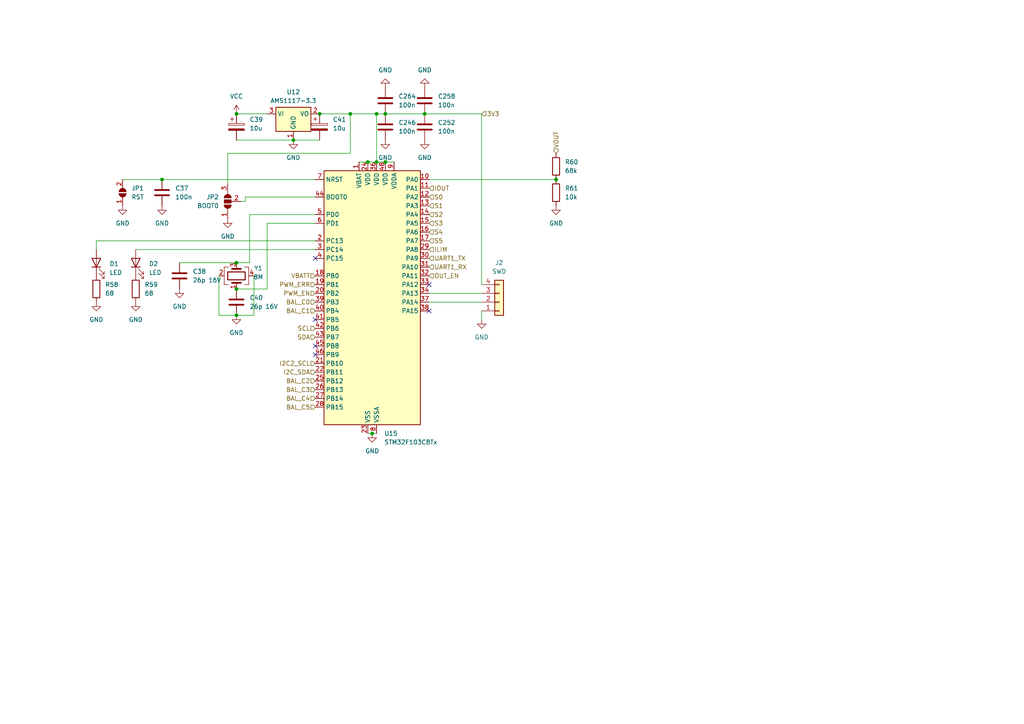
<source format=kicad_sch>
(kicad_sch (version 20230121) (generator eeschema)
  (paper "A4")
  (lib_symbols
    (symbol "Connector_Generic:Conn_01x04" (pin_names (offset 1.016) hide)
      (property "Reference" "J" (at 0 5.08 0))
      (property "Value" "Conn_01x04" (at 0 -7.62 0))
      (symbol "Conn_01x04_1_1"
        (rectangle (start -1.27 -4.953) (end 0 -5.207) (stroke (width 0.1524)))
        (rectangle (start -1.27 -2.413) (end 0 -2.667) (stroke (width 0.1524)))
        (rectangle (start -1.27 0.127) (end 0 -0.127) (stroke (width 0.1524)))
        (rectangle (start -1.27 2.667) (end 0 2.413) (stroke (width 0.1524)))
        (rectangle (start -1.27 3.81) (end 1.27 -6.35) (stroke (width 0.254)) (fill (type background)))
        (pin passive line (at -5.08 2.54 0) (length 3.81) (name "Pin_1") (number "1"))
        (pin passive line (at -5.08 0 0) (length 3.81) (name "Pin_2") (number "2"))
        (pin passive line (at -5.08 -2.54 0) (length 3.81) (name "Pin_3") (number "3"))
        (pin passive line (at -5.08 -5.08 0) (length 3.81) (name "Pin_4") (number "4"))
      )
    )
    (symbol "Device:C" (pin_numbers hide) (pin_names (offset 0.254))
      (property "Reference" "C" (at 0.635 2.54 0))
      (property "Value" "C" (at 0.635 -2.54 0))
      (symbol "C_0_1"
        (polyline (pts (xy -2.032 -0.762) (xy 2.032 -0.762)) (stroke (width 0.508)))
        (polyline (pts (xy -2.032 0.762) (xy 2.032 0.762)) (stroke (width 0.508)))
      )
      (symbol "C_1_1"
        (pin passive line (at 0 3.81 270) (length 2.794) (name "~") (number "1"))
        (pin passive line (at 0 -3.81 90) (length 2.794) (name "~") (number "2"))
      )
    )
    (symbol "Device:C_Polarized" (pin_numbers hide) (pin_names (offset 0.254))
      (property "Reference" "C" (at 0.635 2.54 0))
      (property "Value" "C_Polarized" (at 0.635 -2.54 0))
      (symbol "C_Polarized_0_1"
        (rectangle (start -2.286 0.508) (end 2.286 1.016))
        (polyline (pts (xy -1.778 2.286) (xy -0.762 2.286)))
        (polyline (pts (xy -1.27 2.794) (xy -1.27 1.778)))
        (rectangle (start 2.286 -0.508) (end -2.286 -1.016) (fill (type outline)))
      )
      (symbol "C_Polarized_1_1"
        (pin passive line (at 0 3.81 270) (length 2.794) (name "~") (number "1"))
        (pin passive line (at 0 -3.81 90) (length 2.794) (name "~") (number "2"))
      )
    )
    (symbol "Device:Crystal_GND24" (pin_names (offset 1.016) hide)
      (property "Reference" "Y" (at 3.175 5.08 0))
      (property "Value" "Crystal_GND24" (at 3.175 3.175 0))
      (symbol "Crystal_GND24_0_1"
        (rectangle (start -1.143 2.54) (end 1.143 -2.54) (stroke (width 0.3048)))
        (polyline (pts (xy -2.54 0) (xy -2.032 0)))
        (polyline (pts (xy -2.032 -1.27) (xy -2.032 1.27)) (stroke (width 0.508)))
        (polyline (pts (xy 0 -3.81) (xy 0 -3.556)))
        (polyline (pts (xy 0 3.556) (xy 0 3.81)))
        (polyline (pts (xy 2.032 -1.27) (xy 2.032 1.27)) (stroke (width 0.508)))
        (polyline (pts (xy 2.032 0) (xy 2.54 0)))
        (polyline (pts (xy -2.54 -2.286) (xy -2.54 -3.556) (xy 2.54 -3.556) (xy 2.54 -2.286)))
        (polyline (pts (xy -2.54 2.286) (xy -2.54 3.556) (xy 2.54 3.556) (xy 2.54 2.286)))
      )
      (symbol "Crystal_GND24_1_1"
        (pin passive line (at -3.81 0 0) (length 1.27) (name "1") (number "1"))
        (pin passive line (at 0 5.08 270) (length 1.27) (name "2") (number "2"))
        (pin passive line (at 3.81 0 180) (length 1.27) (name "3") (number "3"))
        (pin passive line (at 0 -5.08 90) (length 1.27) (name "4") (number "4"))
      )
    )
    (symbol "Device:LED" (pin_numbers hide) (pin_names (offset 1.016) hide)
      (property "Reference" "D" (at 0 2.54 0))
      (property "Value" "LED" (at 0 -2.54 0))
      (symbol "LED_0_1"
        (polyline (pts (xy -1.27 -1.27) (xy -1.27 1.27)) (stroke (width 0.254)))
        (polyline (pts (xy -1.27 0) (xy 1.27 0)))
        (polyline (pts (xy 1.27 -1.27) (xy 1.27 1.27) (xy -1.27 0) (xy 1.27 -1.27)) (stroke (width 0.254)))
        (polyline (pts (xy -3.048 -0.762) (xy -4.572 -2.286) (xy -3.81 -2.286) (xy -4.572 -2.286) (xy -4.572 -1.524)))
        (polyline (pts (xy -1.778 -0.762) (xy -3.302 -2.286) (xy -2.54 -2.286) (xy -3.302 -2.286) (xy -3.302 -1.524)))
      )
      (symbol "LED_1_1"
        (pin passive line (at -3.81 0 0) (length 2.54) (name "K") (number "1"))
        (pin passive line (at 3.81 0 180) (length 2.54) (name "A") (number "2"))
      )
    )
    (symbol "Device:R" (pin_numbers hide) (pin_names (offset 0))
      (property "Reference" "R" (at 2.032 0 90))
      (property "Value" "R" (at 0 0 90))
      (symbol "R_0_1"
        (rectangle (start -1.016 -2.54) (end 1.016 2.54) (stroke (width 0.254)))
      )
      (symbol "R_1_1"
        (pin passive line (at 0 3.81 270) (length 1.27) (name "~") (number "1"))
        (pin passive line (at 0 -3.81 90) (length 1.27) (name "~") (number "2"))
      )
    )
    (symbol "Jumper:SolderJumper_2_Open" (pin_names (offset 0) hide)
      (property "Reference" "JP" (at 0 2.032 0))
      (property "Value" "SolderJumper_2_Open" (at 0 -2.54 0))
      (symbol "SolderJumper_2_Open_0_1"
        (arc (start -0.254 1.016) (mid -1.2656 0) (end -0.254 -1.016))
        (arc (start -0.254 1.016) (mid -1.2656 0) (end -0.254 -1.016) (fill (type outline)))
        (polyline (pts (xy -0.254 1.016) (xy -0.254 -1.016)))
        (polyline (pts (xy 0.254 1.016) (xy 0.254 -1.016)))
        (arc (start 0.254 -1.016) (mid 1.2656 0) (end 0.254 1.016))
        (arc (start 0.254 -1.016) (mid 1.2656 0) (end 0.254 1.016) (fill (type outline)))
      )
      (symbol "SolderJumper_2_Open_1_1"
        (pin passive line (at -3.81 0 0) (length 2.54) (name "A") (number "1"))
        (pin passive line (at 3.81 0 180) (length 2.54) (name "B") (number "2"))
      )
    )
    (symbol "Jumper:SolderJumper_3_Open" (pin_names (offset 0) hide)
      (property "Reference" "JP" (at -2.54 -2.54 0))
      (property "Value" "SolderJumper_3_Open" (at 0 2.794 0))
      (symbol "SolderJumper_3_Open_0_1"
        (arc (start -1.016 1.016) (mid -2.0276 0) (end -1.016 -1.016))
        (arc (start -1.016 1.016) (mid -2.0276 0) (end -1.016 -1.016) (fill (type outline)))
        (rectangle (start -0.508 1.016) (end 0.508 -1.016) (fill (type outline)))
        (polyline (pts (xy -2.54 0) (xy -2.032 0)))
        (polyline (pts (xy -1.016 1.016) (xy -1.016 -1.016)))
        (polyline (pts (xy 0 -1.27) (xy 0 -1.016)))
        (polyline (pts (xy 1.016 1.016) (xy 1.016 -1.016)))
        (polyline (pts (xy 2.54 0) (xy 2.032 0)))
        (arc (start 1.016 -1.016) (mid 2.0276 0) (end 1.016 1.016))
        (arc (start 1.016 -1.016) (mid 2.0276 0) (end 1.016 1.016) (fill (type outline)))
      )
      (symbol "SolderJumper_3_Open_1_1"
        (pin passive line (at -5.08 0 0) (length 2.54) (name "A") (number "1"))
        (pin passive line (at 0 -3.81 90) (length 2.54) (name "C") (number "2"))
        (pin passive line (at 5.08 0 180) (length 2.54) (name "B") (number "3"))
      )
    )
    (symbol "MCU_ST_STM32F1:STM32F103C8Tx"
      (property "Reference" "U" (at -12.7 39.37 0))
      (property "Value" "STM32F103C8Tx" (at 10.16 39.37 0))
      (symbol "STM32F103C8Tx_0_1"
        (rectangle (start -12.7 -35.56) (end 15.24 38.1) (stroke (width 0.254)) (fill (type background)))
      )
      (symbol "STM32F103C8Tx_1_1"
        (pin power_in line (at -2.54 40.64 270) (length 2.54) (name "VBAT") (number "1"))
        (pin bidirectional line (at 17.78 35.56 180) (length 2.54) (name "PA0") (number "10"))
        (pin bidirectional line (at 17.78 33.02 180) (length 2.54) (name "PA1") (number "11"))
        (pin bidirectional line (at 17.78 30.48 180) (length 2.54) (name "PA2") (number "12"))
        (pin bidirectional line (at 17.78 27.94 180) (length 2.54) (name "PA3") (number "13"))
        (pin bidirectional line (at 17.78 25.4 180) (length 2.54) (name "PA4") (number "14"))
        (pin bidirectional line (at 17.78 22.86 180) (length 2.54) (name "PA5") (number "15"))
        (pin bidirectional line (at 17.78 20.32 180) (length 2.54) (name "PA6") (number "16"))
        (pin bidirectional line (at 17.78 17.78 180) (length 2.54) (name "PA7") (number "17"))
        (pin bidirectional line (at -15.24 7.62 0) (length 2.54) (name "PB0") (number "18"))
        (pin bidirectional line (at -15.24 5.08 0) (length 2.54) (name "PB1") (number "19"))
        (pin bidirectional line (at -15.24 17.78 0) (length 2.54) (name "PC13") (number "2"))
        (pin bidirectional line (at -15.24 2.54 0) (length 2.54) (name "PB2") (number "20"))
        (pin bidirectional line (at -15.24 -17.78 0) (length 2.54) (name "PB10") (number "21"))
        (pin bidirectional line (at -15.24 -20.32 0) (length 2.54) (name "PB11") (number "22"))
        (pin power_in line (at 0 -38.1 90) (length 2.54) (name "VSS") (number "23"))
        (pin power_in line (at 0 40.64 270) (length 2.54) (name "VDD") (number "24"))
        (pin bidirectional line (at -15.24 -22.86 0) (length 2.54) (name "PB12") (number "25"))
        (pin bidirectional line (at -15.24 -25.4 0) (length 2.54) (name "PB13") (number "26"))
        (pin bidirectional line (at -15.24 -27.94 0) (length 2.54) (name "PB14") (number "27"))
        (pin bidirectional line (at -15.24 -30.48 0) (length 2.54) (name "PB15") (number "28"))
        (pin bidirectional line (at 17.78 15.24 180) (length 2.54) (name "PA8") (number "29"))
        (pin bidirectional line (at -15.24 15.24 0) (length 2.54) (name "PC14") (number "3"))
        (pin bidirectional line (at 17.78 12.7 180) (length 2.54) (name "PA9") (number "30"))
        (pin bidirectional line (at 17.78 10.16 180) (length 2.54) (name "PA10") (number "31"))
        (pin bidirectional line (at 17.78 7.62 180) (length 2.54) (name "PA11") (number "32"))
        (pin bidirectional line (at 17.78 5.08 180) (length 2.54) (name "PA12") (number "33"))
        (pin bidirectional line (at 17.78 2.54 180) (length 2.54) (name "PA13") (number "34"))
        (pin passive line (at 0 -38.1 90) (length 2.54) hide (name "VSS") (number "35"))
        (pin power_in line (at 2.54 40.64 270) (length 2.54) (name "VDD") (number "36"))
        (pin bidirectional line (at 17.78 0 180) (length 2.54) (name "PA14") (number "37"))
        (pin bidirectional line (at 17.78 -2.54 180) (length 2.54) (name "PA15") (number "38"))
        (pin bidirectional line (at -15.24 0 0) (length 2.54) (name "PB3") (number "39"))
        (pin bidirectional line (at -15.24 12.7 0) (length 2.54) (name "PC15") (number "4"))
        (pin bidirectional line (at -15.24 -2.54 0) (length 2.54) (name "PB4") (number "40"))
        (pin bidirectional line (at -15.24 -5.08 0) (length 2.54) (name "PB5") (number "41"))
        (pin bidirectional line (at -15.24 -7.62 0) (length 2.54) (name "PB6") (number "42"))
        (pin bidirectional line (at -15.24 -10.16 0) (length 2.54) (name "PB7") (number "43"))
        (pin input line (at -15.24 30.48 0) (length 2.54) (name "BOOT0") (number "44"))
        (pin bidirectional line (at -15.24 -12.7 0) (length 2.54) (name "PB8") (number "45"))
        (pin bidirectional line (at -15.24 -15.24 0) (length 2.54) (name "PB9") (number "46"))
        (pin passive line (at 0 -38.1 90) (length 2.54) hide (name "VSS") (number "47"))
        (pin power_in line (at 5.08 40.64 270) (length 2.54) (name "VDD") (number "48"))
        (pin bidirectional line (at -15.24 25.4 0) (length 2.54) (name "PD0") (number "5"))
        (pin bidirectional line (at -15.24 22.86 0) (length 2.54) (name "PD1") (number "6"))
        (pin input line (at -15.24 35.56 0) (length 2.54) (name "NRST") (number "7"))
        (pin power_in line (at 2.54 -38.1 90) (length 2.54) (name "VSSA") (number "8"))
        (pin power_in line (at 7.62 40.64 270) (length 2.54) (name "VDDA") (number "9"))
      )
    )
    (symbol "PCM_4ms_Power-symbol:GND" (power) (pin_names (offset 0))
      (property "Value" "GND" (at 0 -3.81 0))
      (symbol "GND_0_1"
        (polyline (pts (xy 0 0) (xy 0 -1.27) (xy 1.27 -1.27) (xy 0 -2.54) (xy -1.27 -1.27) (xy 0 -1.27)))
      )
      (symbol "GND_1_1"
        (pin power_in line (at 0 0 270) (length 0) hide (name "GND") (number "1"))
      )
    )
    (symbol "Regulator_Linear:AMS1117-3.3"
      (property "Reference" "U" (at -3.81 3.175 0))
      (property "Value" "AMS1117-3.3" (at 0 3.175 0))
      (symbol "AMS1117-3.3_0_1"
        (rectangle (start -5.08 -5.08) (end 5.08 1.905) (stroke (width 0.254)) (fill (type background)))
      )
      (symbol "AMS1117-3.3_1_1"
        (pin power_in line (at 0 -7.62 90) (length 2.54) (name "GND") (number "1"))
        (pin power_out line (at 7.62 0 180) (length 2.54) (name "VO") (number "2"))
        (pin power_in line (at -7.62 0 0) (length 2.54) (name "VI") (number "3"))
      )
    )
    (symbol "power:GND" (power) (pin_names (offset 0))
      (property "Value" "GND" (at 0 -3.81 0))
      (symbol "GND_0_1"
        (polyline (pts (xy 0 0) (xy 0 -1.27) (xy 1.27 -1.27) (xy 0 -2.54) (xy -1.27 -1.27) (xy 0 -1.27)))
      )
      (symbol "GND_1_1"
        (pin power_in line (at 0 0 270) (length 0) hide (name "GND") (number "1"))
      )
    )
    (symbol "power:VCC" (power) (pin_names (offset 0))
      (property "Value" "VCC" (at 0 3.81 0))
      (symbol "VCC_0_1"
        (polyline (pts (xy -0.762 1.27) (xy 0 2.54)))
        (polyline (pts (xy 0 0) (xy 0 2.54)))
        (polyline (pts (xy 0 2.54) (xy 0.762 1.27)))
      )
      (symbol "VCC_1_1"
        (pin power_in line (at 0 0 90) (length 0) hide (name "VCC") (number "1"))
      )
    )
  )
  (junction (at 109.22 33.02))
  (junction (at 109.22 46.99))
  (junction (at 68.58 83.82))
  (junction (at 161.29 52.07))
  (junction (at 68.58 76.2))
  (junction (at 107.95 125.73))
  (junction (at 92.71 33.02))
  (junction (at 101.6 33.02))
  (junction (at 68.58 91.44))
  (junction (at 111.76 33.02))
  (junction (at 68.58 33.02))
  (junction (at 123.19 33.02))
  (junction (at 46.99 52.07))
  (junction (at 106.68 46.99))
  (junction (at 111.76 46.99))
  (junction (at 85.09 40.64))
  (no_connect (at 91.44 92.71))
  (no_connect (at 91.44 102.87))
  (no_connect (at 124.46 90.17))
  (no_connect (at 91.44 74.93))
  (no_connect (at 91.44 100.33))
  (no_connect (at 124.46 82.55))
  (wire (pts (xy 66.04 44.45) (xy 101.6 44.45)))
  (wire (pts (xy 72.39 62.23) (xy 91.44 62.23)))
  (wire (pts (xy 109.22 46.99) (xy 111.76 46.99)))
  (wire (pts (xy 104.14 46.99) (xy 106.68 46.99)))
  (wire (pts (xy 91.44 69.85) (xy 27.94 69.85)))
  (wire (pts (xy 77.47 83.82) (xy 68.58 83.82)))
  (wire (pts (xy 73.66 80.01) (xy 73.66 91.44)))
  (wire (pts (xy 68.58 76.2) (xy 52.07 76.2)))
  (wire (pts (xy 91.44 64.77) (xy 77.47 64.77)))
  (wire (pts (xy 107.95 125.73) (xy 109.22 125.73)))
  (wire (pts (xy 72.39 76.2) (xy 72.39 62.23)))
  (wire (pts (xy 124.46 87.63) (xy 139.7 87.63)))
  (wire (pts (xy 124.46 85.09) (xy 139.7 85.09)))
  (wire (pts (xy 68.58 40.64) (xy 85.09 40.64)))
  (wire (pts (xy 68.58 33.02) (xy 77.47 33.02)))
  (wire (pts (xy 66.04 44.45) (xy 66.04 53.34)))
  (wire (pts (xy 111.76 46.99) (xy 114.3 46.99)))
  (wire (pts (xy 109.22 33.02) (xy 109.22 46.99)))
  (wire (pts (xy 92.71 33.02) (xy 101.6 33.02)))
  (wire (pts (xy 46.99 52.07) (xy 91.44 52.07)))
  (wire (pts (xy 85.09 40.64) (xy 92.71 40.64)))
  (wire (pts (xy 27.94 69.85) (xy 27.94 72.39)))
  (wire (pts (xy 35.56 52.07) (xy 46.99 52.07)))
  (wire (pts (xy 69.85 58.42) (xy 71.12 58.42)))
  (wire (pts (xy 68.58 76.2) (xy 72.39 76.2)))
  (wire (pts (xy 77.47 64.77) (xy 77.47 83.82)))
  (wire (pts (xy 63.5 91.44) (xy 68.58 91.44)))
  (wire (pts (xy 139.7 82.55) (xy 139.7 33.02)))
  (wire (pts (xy 73.66 91.44) (xy 68.58 91.44)))
  (wire (pts (xy 71.12 58.42) (xy 71.12 57.15)))
  (wire (pts (xy 109.22 33.02) (xy 111.76 33.02)))
  (wire (pts (xy 111.76 33.02) (xy 123.19 33.02)))
  (wire (pts (xy 71.12 57.15) (xy 91.44 57.15)))
  (wire (pts (xy 101.6 33.02) (xy 109.22 33.02)))
  (wire (pts (xy 106.68 46.99) (xy 109.22 46.99)))
  (wire (pts (xy 63.5 80.01) (xy 63.5 91.44)))
  (wire (pts (xy 39.37 72.39) (xy 91.44 72.39)))
  (wire (pts (xy 106.68 125.73) (xy 107.95 125.73)))
  (wire (pts (xy 123.19 33.02) (xy 139.7 33.02)))
  (wire (pts (xy 124.46 52.07) (xy 161.29 52.07)))
  (wire (pts (xy 101.6 33.02) (xy 101.6 44.45)))
  (wire (pts (xy 139.7 90.17) (xy 139.7 92.71)))
  (hierarchical_label "3V3" (shape input) (at 139.7 33.02 0))
  (hierarchical_label "VOUT" (shape input) (at 161.29 44.45 90))
  (hierarchical_label "I2C_SDA" (shape input) (at 91.44 107.95 180))
  (hierarchical_label "S4" (shape input) (at 124.46 67.31 0))
  (hierarchical_label "S1" (shape input) (at 124.46 59.69 0))
  (hierarchical_label "S0" (shape input) (at 124.46 57.15 0))
  (hierarchical_label "SCL" (shape input) (at 91.44 95.25 180))
  (hierarchical_label "S3" (shape input) (at 124.46 64.77 0))
  (hierarchical_label "IOUT" (shape input) (at 124.46 54.61 0))
  (hierarchical_label "S2" (shape input) (at 124.46 62.23 0))
  (hierarchical_label "OUT_EN" (shape input) (at 124.46 80.01 0))
  (hierarchical_label "SDA" (shape input) (at 91.44 97.79 180))
  (hierarchical_label "PWM_EN" (shape input) (at 91.44 85.09 180))
  (hierarchical_label "UART1_RX" (shape input) (at 124.46 77.47 0))
  (hierarchical_label "BAL_C3" (shape input) (at 91.44 113.03 180))
  (hierarchical_label "UART1_TX" (shape input) (at 124.46 74.93 0))
  (hierarchical_label "BAL_C4" (shape input) (at 91.44 115.57 180))
  (hierarchical_label "BAL_C5" (shape input) (at 91.44 118.11 180))
  (hierarchical_label "VBATT" (shape input) (at 91.44 80.01 180))
  (hierarchical_label "BAL_C2" (shape input) (at 91.44 110.49 180))
  (hierarchical_label "PWM_ERR" (shape input) (at 91.44 82.55 180))
  (hierarchical_label "S5" (shape input) (at 124.46 69.85 0))
  (hierarchical_label "I2C2_SCL" (shape input) (at 91.44 105.41 180))
  (hierarchical_label "BAL_C0" (shape input) (at 91.44 87.63 180))
  (hierarchical_label "ILIM" (shape input) (at 124.46 72.39 0))
  (hierarchical_label "BAL_C1" (shape input) (at 91.44 90.17 180))
  (symbol (lib_id "Device:C") (at 123.19 29.21 0) (unit 1)
    (property "Reference" "C258" (at 127 27.94 0) (effects (justify left)))
    (property "Value" "100n" (at 127 30.48 0) (effects (justify left)))
    (property "Footprint" "Capacitor_SMD:C_0603_1608Metric" (effects hide))
    (instances (project "RC_Charger" (path "" (reference "C258") (unit 1)) (path "" (reference "C259") (unit 1)) (path "" (reference "C260") (unit 1)) (path "" (reference "C261") (unit 1)) (path "" (reference "C262") (unit 1)) (path "" (reference "C263") (unit 1))) (project "RC_Charger_MainBoard" (path "" (reference "C14") (unit 1)) (path "" (reference "C90") (unit 1))))
  )
  (symbol (lib_id "Jumper:SolderJumper_3_Open") (at 66.04 58.42 90) (unit 1)
    (property "Reference" "JP2" (at 63.5 57.15 90) (effects (justify left)))
    (property "Value" "BOOT0" (at 63.5 59.69 90) (effects (justify left)))
    (property "Footprint" "Jumper:SolderJumper-3_P1.3mm_Open_Pad1.0x1.5mm" (effects hide))
    (instances (project "RC_Charger" (path "" (reference "JP2") (unit 1)) (path "" (reference "JP4") (unit 1)) (path "" (reference "JP6") (unit 1)) (path "" (reference "JP8") (unit 1)) (path "" (reference "JP10") (unit 1)) (path "" (reference "JP12") (unit 1))) (project "RC_Charger_MainBoard" (path "" (reference "JP2") (unit 1)) (path "" (reference "JP4") (unit 1))))
  )
  (symbol (lib_id "power:GND") (at 39.37 87.63 0) (unit 1)
    (property "Reference" "#PWR041" (effects hide))
    (property "Value" "GND" (at 39.37 92.71 0))
    (instances (project "RC_Charger" (path "" (reference "#PWR041") (unit 1)) (path "" (reference "#PWR0102") (unit 1)) (path "" (reference "#PWR0153") (unit 1)) (path "" (reference "#PWR0195") (unit 1)) (path "" (reference "#PWR0261") (unit 1)) (path "" (reference "#PWR0303") (unit 1))) (project "RC_Charger_MainBoard" (path "" (reference "#PWR023") (unit 1)) (path "" (reference "#PWR0108") (unit 1))) (project "BMS_MASTER_STM32F105RC" (path "" (reference "#PWR066") (unit 1))))
  )
  (symbol (lib_id "Device:C_Polarized") (at 92.71 36.83 0) (unit 1)
    (property "Reference" "C41" (at 96.52 34.671 0) (effects (justify left)))
    (property "Value" "10u" (at 96.52 37.211 0) (effects (justify left)))
    (property "Footprint" "Capacitor_Tantalum_SMD:CP_EIA-3528-21_Kemet-B" (effects hide))
    (instances (project "RC_Charger" (path "" (reference "C41") (unit 1)) (path "" (reference "C95") (unit 1)) (path "" (reference "C136") (unit 1)) (path "" (reference "C168") (unit 1)) (path "" (reference "C213") (unit 1)) (path "" (reference "C245") (unit 1))) (project "RC_Charger_MainBoard" (path "" (reference "C11") (unit 1)) (path "" (reference "C87") (unit 1))))
  )
  (symbol (lib_id "Device:R") (at 161.29 48.26 0) (unit 1)
    (property "Reference" "R60" (at 163.83 46.99 0) (effects (justify left)))
    (property "Value" "68k" (at 163.83 49.53 0) (effects (justify left)))
    (property "Footprint" "Resistor_SMD:R_0603_1608Metric" (effects hide))
    (instances (project "RC_Charger" (path "" (reference "R60") (unit 1)) (path "" (reference "R121") (unit 1)) (path "" (reference "R182") (unit 1)) (path "" (reference "R201") (unit 1)) (path "" (reference "R270") (unit 1)) (path "" (reference "R289") (unit 1))) (project "RC_Charger_MainBoard" (path "" (reference "R5") (unit 1)) (path "" (reference "R39") (unit 1))))
  )
  (symbol (lib_id "power:GND") (at 52.07 83.82 0) (unit 1)
    (property "Reference" "#PWR043" (effects hide))
    (property "Value" "GND" (at 52.07 88.9 0))
    (instances (project "RC_Charger" (path "" (reference "#PWR043") (unit 1)) (path "" (reference "#PWR0104") (unit 1)) (path "" (reference "#PWR0155") (unit 1)) (path "" (reference "#PWR0197") (unit 1)) (path "" (reference "#PWR0263") (unit 1)) (path "" (reference "#PWR0305") (unit 1))) (project "RC_Charger_MainBoard" (path "" (reference "#PWR025") (unit 1)) (path "" (reference "#PWR0110") (unit 1))) (project "BMS_MASTER_STM32F105RC" (path "" (reference "#PWR066") (unit 1))))
  )
  (symbol (lib_id "PCM_4ms_Power-symbol:GND") (at 107.95 125.73 0) (unit 1)
    (property "Reference" "#PWR048" (effects hide))
    (property "Value" "GND" (at 107.95 130.81 0))
    (instances (project "RC_Charger" (path "" (reference "#PWR048") (unit 1)) (path "" (reference "#PWR0109") (unit 1)) (path "" (reference "#PWR0160") (unit 1)) (path "" (reference "#PWR0202") (unit 1)) (path "" (reference "#PWR0268") (unit 1)) (path "" (reference "#PWR0310") (unit 1))) (project "RC_Charger_MainBoard" (path "" (reference "#PWR030") (unit 1)) (path "" (reference "#PWR0115") (unit 1))))
  )
  (symbol (lib_id "power:GND") (at 68.58 91.44 0) (unit 1)
    (property "Reference" "#PWR046" (effects hide))
    (property "Value" "GND" (at 68.58 96.52 0))
    (instances (project "RC_Charger" (path "" (reference "#PWR046") (unit 1)) (path "" (reference "#PWR0107") (unit 1)) (path "" (reference "#PWR0158") (unit 1)) (path "" (reference "#PWR0200") (unit 1)) (path "" (reference "#PWR0266") (unit 1)) (path "" (reference "#PWR0308") (unit 1))) (project "RC_Charger_MainBoard" (path "" (reference "#PWR028") (unit 1)) (path "" (reference "#PWR0113") (unit 1))) (project "BMS_MASTER_STM32F105RC" (path "" (reference "#PWR067") (unit 1))))
  )
  (symbol (lib_id "Device:C") (at 68.58 87.63 180) (unit 1)
    (property "Reference" "C40" (at 72.39 86.36 0) (effects (justify right)))
    (property "Value" "26p 16V" (at 72.39 88.9 0) (effects (justify right)))
    (property "Footprint" "Capacitor_SMD:C_0603_1608Metric" (effects hide))
    (instances (project "RC_Charger" (path "" (reference "C40") (unit 1)) (path "" (reference "C94") (unit 1)) (path "" (reference "C135") (unit 1)) (path "" (reference "C167") (unit 1)) (path "" (reference "C212") (unit 1)) (path "" (reference "C244") (unit 1))) (project "RC_Charger_MainBoard" (path "" (reference "C10") (unit 1)) (path "" (reference "C86") (unit 1))) (project "BMS_MASTER_STM32F105RC" (path "" (reference "C2") (unit 1)) (path "" (reference "C27") (unit 1))))
  )
  (symbol (lib_id "PCM_4ms_Power-symbol:GND") (at 139.7 92.71 0) (mirror y) (unit 1)
    (property "Reference" "#PWR059" (effects hide))
    (property "Value" "GND" (at 139.7 97.79 0))
    (instances (project "RC_Charger" (path "" (reference "#PWR059") (unit 1)) (path "" (reference "#PWR0110") (unit 1)) (path "" (reference "#PWR0161") (unit 1)) (path "" (reference "#PWR0203") (unit 1)) (path "" (reference "#PWR0269") (unit 1)) (path "" (reference "#PWR0311") (unit 1))) (project "RC_Charger_MainBoard" (path "" (reference "#PWR035") (unit 1)) (path "" (reference "#PWR0120") (unit 1))))
  )
  (symbol (lib_id "PCM_4ms_Power-symbol:GND") (at 46.99 59.69 0) (unit 1)
    (property "Reference" "#PWR042" (effects hide))
    (property "Value" "GND" (at 46.99 64.77 0))
    (instances (project "RC_Charger" (path "" (reference "#PWR042") (unit 1)) (path "" (reference "#PWR0103") (unit 1)) (path "" (reference "#PWR0154") (unit 1)) (path "" (reference "#PWR0196") (unit 1)) (path "" (reference "#PWR0262") (unit 1)) (path "" (reference "#PWR0304") (unit 1))) (project "RC_Charger_MainBoard" (path "" (reference "#PWR024") (unit 1)) (path "" (reference "#PWR0109") (unit 1))))
  )
  (symbol (lib_id "Device:C") (at 52.07 80.01 180) (unit 1)
    (property "Reference" "C38" (at 55.88 78.74 0) (effects (justify right)))
    (property "Value" "26p 16V" (at 55.88 81.28 0) (effects (justify right)))
    (property "Footprint" "Capacitor_SMD:C_0603_1608Metric" (effects hide))
    (instances (project "RC_Charger" (path "" (reference "C38") (unit 1)) (path "" (reference "C92") (unit 1)) (path "" (reference "C133") (unit 1)) (path "" (reference "C165") (unit 1)) (path "" (reference "C210") (unit 1)) (path "" (reference "C242") (unit 1))) (project "RC_Charger_MainBoard" (path "" (reference "C8") (unit 1)) (path "" (reference "C84") (unit 1))) (project "BMS_MASTER_STM32F105RC" (path "" (reference "C2") (unit 1)) (path "" (reference "C26") (unit 1))))
  )
  (symbol (lib_id "power:GND") (at 27.94 87.63 0) (unit 1)
    (property "Reference" "#PWR039" (effects hide))
    (property "Value" "GND" (at 27.94 92.71 0))
    (instances (project "RC_Charger" (path "" (reference "#PWR039") (unit 1)) (path "" (reference "#PWR0100") (unit 1)) (path "" (reference "#PWR0151") (unit 1)) (path "" (reference "#PWR0193") (unit 1)) (path "" (reference "#PWR0259") (unit 1)) (path "" (reference "#PWR0301") (unit 1))) (project "RC_Charger_MainBoard" (path "" (reference "#PWR021") (unit 1)) (path "" (reference "#PWR0106") (unit 1))) (project "BMS_MASTER_STM32F105RC" (path "" (reference "#PWR066") (unit 1))))
  )
  (symbol (lib_id "Device:R") (at 39.37 83.82 0) (unit 1)
    (property "Reference" "R59" (at 41.91 82.55 0) (effects (justify left)))
    (property "Value" "68" (at 41.91 85.09 0) (effects (justify left)))
    (property "Footprint" "Resistor_SMD:R_0603_1608Metric" (effects hide))
    (instances (project "RC_Charger" (path "" (reference "R59") (unit 1)) (path "" (reference "R120") (unit 1)) (path "" (reference "R181") (unit 1)) (path "" (reference "R200") (unit 1)) (path "" (reference "R269") (unit 1)) (path "" (reference "R288") (unit 1))) (project "RC_Charger_MainBoard" (path "" (reference "R4") (unit 1)) (path "" (reference "R38") (unit 1))))
  )
  (symbol (lib_id "PCM_4ms_Power-symbol:GND") (at 123.19 40.64 0) (unit 1)
    (property "Reference" "#PWR0331" (effects hide))
    (property "Value" "GND" (at 123.19 45.72 0))
    (instances (project "RC_Charger" (path "" (reference "#PWR0331") (unit 1)) (path "" (reference "#PWR0332") (unit 1)) (path "" (reference "#PWR0333") (unit 1)) (path "" (reference "#PWR0334") (unit 1)) (path "" (reference "#PWR0335") (unit 1)) (path "" (reference "#PWR0336") (unit 1))) (project "RC_Charger_MainBoard" (path "" (reference "#PWR034") (unit 1)) (path "" (reference "#PWR0119") (unit 1))))
  )
  (symbol (lib_id "Connector_Generic:Conn_01x04") (at 144.78 87.63 0) (mirror x) (unit 1)
    (property "Reference" "J2" (at 144.78 76.2 0))
    (property "Value" "SWD" (at 144.78 78.74 0))
    (property "Footprint" "Connector_PinHeader_2.54mm:PinHeader_1x04_P2.54mm_Vertical" (effects hide))
    (instances (project "RC_Charger" (path "" (reference "J2") (unit 1)) (path "" (reference "J7") (unit 1)) (path "" (reference "J10") (unit 1)) (path "" (reference "J13") (unit 1)) (path "" (reference "J21") (unit 1)) (path "" (reference "J23") (unit 1))) (project "RC_Charger_MainBoard" (path "" (reference "J5") (unit 1)) (path "" (reference "J8") (unit 1))))
  )
  (symbol (lib_id "Jumper:SolderJumper_2_Open") (at 35.56 55.88 90) (unit 1)
    (property "Reference" "JP1" (at 38.1 54.61 90) (effects (justify right)))
    (property "Value" "RST" (at 38.1 57.15 90) (effects (justify right)))
    (property "Footprint" "Jumper:SolderJumper-2_P1.3mm_Open_RoundedPad1.0x1.5mm" (effects hide))
    (instances (project "RC_Charger" (path "" (reference "JP1") (unit 1)) (path "" (reference "JP3") (unit 1)) (path "" (reference "JP5") (unit 1)) (path "" (reference "JP7") (unit 1)) (path "" (reference "JP9") (unit 1)) (path "" (reference "JP11") (unit 1))) (project "RC_Charger_MainBoard" (path "" (reference "JP1") (unit 1)) (path "" (reference "JP3") (unit 1))))
  )
  (symbol (lib_id "Device:R") (at 161.29 55.88 0) (unit 1)
    (property "Reference" "R61" (at 163.83 54.61 0) (effects (justify left)))
    (property "Value" "10k" (at 163.83 57.15 0) (effects (justify left)))
    (property "Footprint" "Resistor_SMD:R_0603_1608Metric" (effects hide))
    (instances (project "RC_Charger" (path "" (reference "R61") (unit 1)) (path "" (reference "R122") (unit 1)) (path "" (reference "R183") (unit 1)) (path "" (reference "R202") (unit 1)) (path "" (reference "R271") (unit 1)) (path "" (reference "R290") (unit 1))) (project "RC_Charger_MainBoard" (path "" (reference "R6") (unit 1)) (path "" (reference "R40") (unit 1))))
  )
  (symbol (lib_id "Device:C") (at 123.19 36.83 0) (unit 1)
    (property "Reference" "C252" (at 127 35.56 0) (effects (justify left)))
    (property "Value" "100n" (at 127 38.1 0) (effects (justify left)))
    (property "Footprint" "Capacitor_SMD:C_0603_1608Metric" (effects hide))
    (instances (project "RC_Charger" (path "" (reference "C252") (unit 1)) (path "" (reference "C253") (unit 1)) (path "" (reference "C254") (unit 1)) (path "" (reference "C255") (unit 1)) (path "" (reference "C256") (unit 1)) (path "" (reference "C257") (unit 1))) (project "RC_Charger_MainBoard" (path "" (reference "C15") (unit 1)) (path "" (reference "C91") (unit 1))))
  )
  (symbol (lib_id "Device:C_Polarized") (at 68.58 36.83 0) (unit 1)
    (property "Reference" "C39" (at 72.39 34.671 0) (effects (justify left)))
    (property "Value" "10u" (at 72.39 37.211 0) (effects (justify left)))
    (property "Footprint" "Capacitor_Tantalum_SMD:CP_EIA-3528-21_Kemet-B" (effects hide))
    (instances (project "RC_Charger" (path "" (reference "C39") (unit 1)) (path "" (reference "C93") (unit 1)) (path "" (reference "C134") (unit 1)) (path "" (reference "C166") (unit 1)) (path "" (reference "C211") (unit 1)) (path "" (reference "C243") (unit 1))) (project "RC_Charger_MainBoard" (path "" (reference "C9") (unit 1)) (path "" (reference "C85") (unit 1))))
  )
  (symbol (lib_id "Device:Crystal_GND24") (at 68.58 80.01 90) (unit 1)
    (property "Reference" "Y1" (at 74.93 77.7941 90))
    (property "Value" "8M" (at 74.93 80.3341 90))
    (property "Footprint" "Crystal:Crystal_SMD_Abracon_ABM3B-4Pin_5.0x3.2mm" (effects hide))
    (instances (project "RC_Charger" (path "" (reference "Y1") (unit 1)) (path "" (reference "Y2") (unit 1)) (path "" (reference "Y3") (unit 1)) (path "" (reference "Y4") (unit 1)) (path "" (reference "Y5") (unit 1)) (path "" (reference "Y6") (unit 1))) (project "RC_Charger_MainBoard" (path "" (reference "Y1") (unit 1)) (path "" (reference "Y2") (unit 1))) (project "BMS_MASTER_STM32F105RC" (path "" (reference "Y1") (unit 1))))
  )
  (symbol (lib_id "Regulator_Linear:AMS1117-3.3") (at 85.09 33.02 0) (unit 1)
    (property "Reference" "U12" (at 85.09 26.67 0))
    (property "Value" "AMS1117-3.3" (at 85.09 29.21 0))
    (property "Footprint" "Package_TO_SOT_SMD:SOT-223-3_TabPin2" (effects hide))
    (property "Datasheet" "http://www.advanced-monolithic.com/pdf/ds1117.pdf" (effects hide))
    (instances (project "RC_Charger" (path "" (reference "U12") (unit 1)) (path "" (reference "U27") (unit 1)) (path "" (reference "U40") (unit 1)) (path "" (reference "U44") (unit 1)) (path "" (reference "U65") (unit 1)) (path "" (reference "U69") (unit 1))) (project "RC_Charger_MainBoard" (path "" (reference "U6") (unit 1)) (path "" (reference "U12") (unit 1))))
  )
  (symbol (lib_id "Device:R") (at 27.94 83.82 0) (unit 1)
    (property "Reference" "R58" (at 30.48 82.55 0) (effects (justify left)))
    (property "Value" "68" (at 30.48 85.09 0) (effects (justify left)))
    (property "Footprint" "Resistor_SMD:R_0603_1608Metric" (effects hide))
    (instances (project "RC_Charger" (path "" (reference "R58") (unit 1)) (path "" (reference "R119") (unit 1)) (path "" (reference "R180") (unit 1)) (path "" (reference "R199") (unit 1)) (path "" (reference "R268") (unit 1)) (path "" (reference "R287") (unit 1))) (project "RC_Charger_MainBoard" (path "" (reference "R3") (unit 1)) (path "" (reference "R37") (unit 1))))
  )
  (symbol (lib_id "Device:LED") (at 27.94 76.2 90) (unit 1)
    (property "Reference" "D1" (at 31.75 76.5175 90) (effects (justify right)))
    (property "Value" "LED" (at 31.75 79.0575 90) (effects (justify right)))
    (property "Footprint" "LED_SMD:LED_0603_1608Metric" (effects hide))
    (instances (project "RC_Charger" (path "" (reference "D1") (unit 1)) (path "" (reference "D3") (unit 1)) (path "" (reference "D5") (unit 1)) (path "" (reference "D7") (unit 1)) (path "" (reference "D9") (unit 1)) (path "" (reference "D11") (unit 1))) (project "RC_Charger_MainBoard" (path "" (reference "D1") (unit 1)) (path "" (reference "D3") (unit 1))))
  )
  (symbol (lib_id "Device:C") (at 111.76 36.83 0) (unit 1)
    (property "Reference" "C246" (at 115.57 35.56 0) (effects (justify left)))
    (property "Value" "100n" (at 115.57 38.1 0) (effects (justify left)))
    (property "Footprint" "Capacitor_SMD:C_0603_1608Metric" (effects hide))
    (instances (project "RC_Charger" (path "" (reference "C246") (unit 1)) (path "" (reference "C247") (unit 1)) (path "" (reference "C248") (unit 1)) (path "" (reference "C249") (unit 1)) (path "" (reference "C250") (unit 1)) (path "" (reference "C251") (unit 1))) (project "RC_Charger_MainBoard" (path "" (reference "C13") (unit 1)) (path "" (reference "C89") (unit 1))))
  )
  (symbol (lib_id "MCU_ST_STM32F1:STM32F103C8Tx") (at 106.68 87.63 0) (unit 1)
    (property "Reference" "U15" (at 111.4141 125.73 0) (effects (justify left)))
    (property "Value" "STM32F103C8Tx" (at 111.4141 128.27 0) (effects (justify left)))
    (property "Footprint" "Package_QFP:LQFP-48_7x7mm_P0.5mm" (effects hide))
    (property "Datasheet" "https://www.st.com/resource/en/datasheet/stm32f103c8.pdf" (effects hide))
    (instances (project "RC_Charger" (path "" (reference "U15") (unit 1)) (path "" (reference "U28") (unit 1)) (path "" (reference "U41") (unit 1)) (path "" (reference "U45") (unit 1)) (path "" (reference "U66") (unit 1)) (path "" (reference "U70") (unit 1))) (project "RC_Charger_MainBoard" (path "" (reference "U7") (unit 1)) (path "" (reference "U15") (unit 1))))
  )
  (symbol (lib_id "PCM_4ms_Power-symbol:GND") (at 111.76 40.64 0) (unit 1)
    (property "Reference" "#PWR0337" (effects hide))
    (property "Value" "GND" (at 111.76 45.72 0))
    (instances (project "RC_Charger" (path "" (reference "#PWR0337") (unit 1)) (path "" (reference "#PWR0338") (unit 1)) (path "" (reference "#PWR0339") (unit 1)) (path "" (reference "#PWR0340") (unit 1)) (path "" (reference "#PWR0341") (unit 1)) (path "" (reference "#PWR0342") (unit 1))) (project "RC_Charger_MainBoard" (path "" (reference "#PWR032") (unit 1)) (path "" (reference "#PWR0117") (unit 1))))
  )
  (symbol (lib_id "Device:C") (at 46.99 55.88 0) (unit 1)
    (property "Reference" "C37" (at 50.8 54.61 0) (effects (justify left)))
    (property "Value" "100n" (at 50.8 57.15 0) (effects (justify left)))
    (property "Footprint" "Capacitor_SMD:C_0603_1608Metric" (effects hide))
    (instances (project "RC_Charger" (path "" (reference "C37") (unit 1)) (path "" (reference "C91") (unit 1)) (path "" (reference "C132") (unit 1)) (path "" (reference "C164") (unit 1)) (path "" (reference "C209") (unit 1)) (path "" (reference "C241") (unit 1))) (project "RC_Charger_MainBoard" (path "" (reference "C7") (unit 1)) (path "" (reference "C83") (unit 1))))
  )
  (symbol (lib_id "PCM_4ms_Power-symbol:GND") (at 111.76 25.4 180) (unit 1)
    (property "Reference" "#PWR0343" (effects hide))
    (property "Value" "GND" (at 111.76 20.32 0))
    (instances (project "RC_Charger" (path "" (reference "#PWR0343") (unit 1)) (path "" (reference "#PWR0344") (unit 1)) (path "" (reference "#PWR0345") (unit 1)) (path "" (reference "#PWR0346") (unit 1)) (path "" (reference "#PWR0347") (unit 1)) (path "" (reference "#PWR0348") (unit 1))) (project "RC_Charger_MainBoard" (path "" (reference "#PWR031") (unit 1)) (path "" (reference "#PWR0116") (unit 1))))
  )
  (symbol (lib_id "power:VCC") (at 68.58 33.02 0) (unit 1)
    (property "Reference" "#PWR045" (effects hide))
    (property "Value" "VCC" (at 68.58 27.94 0))
    (instances (project "RC_Charger" (path "" (reference "#PWR045") (unit 1)) (path "" (reference "#PWR0106") (unit 1)) (path "" (reference "#PWR0157") (unit 1)) (path "" (reference "#PWR0199") (unit 1)) (path "" (reference "#PWR0265") (unit 1)) (path "" (reference "#PWR0307") (unit 1))) (project "RC_Charger_MainBoard" (path "" (reference "#PWR027") (unit 1)) (path "" (reference "#PWR0112") (unit 1))))
  )
  (symbol (lib_id "PCM_4ms_Power-symbol:GND") (at 35.56 59.69 0) (unit 1)
    (property "Reference" "#PWR040" (effects hide))
    (property "Value" "GND" (at 35.56 64.77 0))
    (instances (project "RC_Charger" (path "" (reference "#PWR040") (unit 1)) (path "" (reference "#PWR0101") (unit 1)) (path "" (reference "#PWR0152") (unit 1)) (path "" (reference "#PWR0194") (unit 1)) (path "" (reference "#PWR0260") (unit 1)) (path "" (reference "#PWR0302") (unit 1))) (project "RC_Charger_MainBoard" (path "" (reference "#PWR022") (unit 1)) (path "" (reference "#PWR0107") (unit 1))))
  )
  (symbol (lib_id "PCM_4ms_Power-symbol:GND") (at 85.09 40.64 0) (unit 1)
    (property "Reference" "#PWR047" (effects hide))
    (property "Value" "GND" (at 85.09 45.72 0))
    (instances (project "RC_Charger" (path "" (reference "#PWR047") (unit 1)) (path "" (reference "#PWR0108") (unit 1)) (path "" (reference "#PWR0159") (unit 1)) (path "" (reference "#PWR0201") (unit 1)) (path "" (reference "#PWR0267") (unit 1)) (path "" (reference "#PWR0309") (unit 1))) (project "RC_Charger_MainBoard" (path "" (reference "#PWR029") (unit 1)) (path "" (reference "#PWR0114") (unit 1))))
  )
  (symbol (lib_id "PCM_4ms_Power-symbol:GND") (at 123.19 25.4 180) (unit 1)
    (property "Reference" "#PWR0349" (effects hide))
    (property "Value" "GND" (at 123.19 20.32 0))
    (instances (project "RC_Charger" (path "" (reference "#PWR0349") (unit 1)) (path "" (reference "#PWR0350") (unit 1)) (path "" (reference "#PWR0351") (unit 1)) (path "" (reference "#PWR0352") (unit 1)) (path "" (reference "#PWR0353") (unit 1)) (path "" (reference "#PWR0354") (unit 1))) (project "RC_Charger_MainBoard" (path "" (reference "#PWR033") (unit 1)) (path "" (reference "#PWR0118") (unit 1))))
  )
  (symbol (lib_id "Device:LED") (at 39.37 76.2 90) (unit 1)
    (property "Reference" "D2" (at 43.18 76.5175 90) (effects (justify right)))
    (property "Value" "LED" (at 43.18 79.0575 90) (effects (justify right)))
    (property "Footprint" "LED_SMD:LED_0603_1608Metric" (effects hide))
    (instances (project "RC_Charger" (path "" (reference "D2") (unit 1)) (path "" (reference "D4") (unit 1)) (path "" (reference "D6") (unit 1)) (path "" (reference "D8") (unit 1)) (path "" (reference "D10") (unit 1)) (path "" (reference "D12") (unit 1))) (project "RC_Charger_MainBoard" (path "" (reference "D2") (unit 1)) (path "" (reference "D4") (unit 1))))
  )
  (symbol (lib_id "PCM_4ms_Power-symbol:GND") (at 66.04 63.5 0) (unit 1)
    (property "Reference" "#PWR044" (effects hide))
    (property "Value" "GND" (at 66.04 68.58 0))
    (instances (project "RC_Charger" (path "" (reference "#PWR044") (unit 1)) (path "" (reference "#PWR0105") (unit 1)) (path "" (reference "#PWR0156") (unit 1)) (path "" (reference "#PWR0198") (unit 1)) (path "" (reference "#PWR0264") (unit 1)) (path "" (reference "#PWR0306") (unit 1))) (project "RC_Charger_MainBoard" (path "" (reference "#PWR026") (unit 1)) (path "" (reference "#PWR0111") (unit 1))))
  )
  (symbol (lib_id "power:GND") (at 161.29 59.69 0) (unit 1)
    (property "Reference" "#PWR060" (effects hide))
    (property "Value" "GND" (at 161.29 64.77 0))
    (instances (project "RC_Charger" (path "" (reference "#PWR060") (unit 1)) (path "" (reference "#PWR0111") (unit 1)) (path "" (reference "#PWR0162") (unit 1)) (path "" (reference "#PWR0204") (unit 1)) (path "" (reference "#PWR0270") (unit 1)) (path "" (reference "#PWR0312") (unit 1))) (project "RC_Charger_MainBoard" (path "" (reference "#PWR036") (unit 1)) (path "" (reference "#PWR0121") (unit 1))) (project "BMS_MASTER_STM32F105RC" (path "" (reference "#PWR066") (unit 1))))
  )
  (symbol (lib_id "Device:C") (at 111.76 29.21 0) (unit 1)
    (property "Reference" "C264" (at 115.57 27.94 0) (effects (justify left)))
    (property "Value" "100n" (at 115.57 30.48 0) (effects (justify left)))
    (property "Footprint" "Capacitor_SMD:C_0603_1608Metric" (effects hide))
    (instances (project "RC_Charger" (path "" (reference "C264") (unit 1)) (path "" (reference "C265") (unit 1)) (path "" (reference "C266") (unit 1)) (path "" (reference "C267") (unit 1)) (path "" (reference "C268") (unit 1)) (path "" (reference "C269") (unit 1))) (project "RC_Charger_MainBoard" (path "" (reference "C12") (unit 1)) (path "" (reference "C88") (unit 1))))
  )
)
</source>
